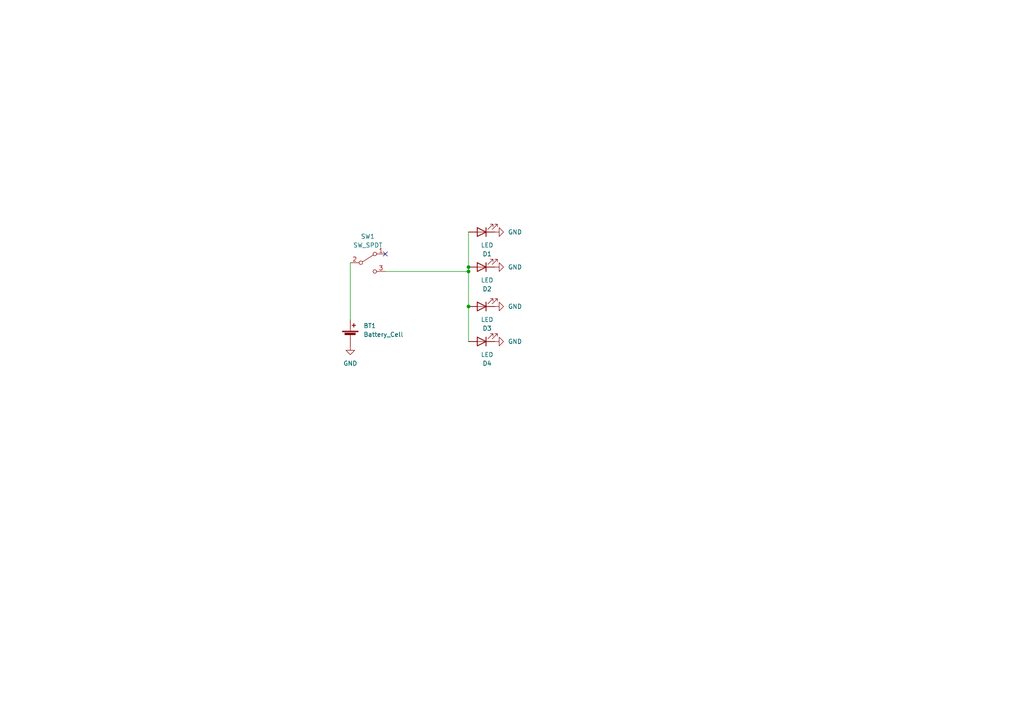
<source format=kicad_sch>
(kicad_sch (version 20211123) (generator eeschema)

  (uuid 9fb77340-8959-4e08-80d3-d396d0f40578)

  (paper "A4")

  (title_block
    (title "SecKC_10Year_Coin_DEMO")
    (date "2022-05-10")
    (rev "1.0")
    (company "Badge Pirates")
  )

  (lib_symbols
    (symbol "Device:Battery_Cell" (pin_numbers hide) (pin_names (offset 0) hide) (in_bom yes) (on_board yes)
      (property "Reference" "BT" (id 0) (at 2.54 2.54 0)
        (effects (font (size 1.27 1.27)) (justify left))
      )
      (property "Value" "Battery_Cell" (id 1) (at 2.54 0 0)
        (effects (font (size 1.27 1.27)) (justify left))
      )
      (property "Footprint" "" (id 2) (at 0 1.524 90)
        (effects (font (size 1.27 1.27)) hide)
      )
      (property "Datasheet" "~" (id 3) (at 0 1.524 90)
        (effects (font (size 1.27 1.27)) hide)
      )
      (property "ki_keywords" "battery cell" (id 4) (at 0 0 0)
        (effects (font (size 1.27 1.27)) hide)
      )
      (property "ki_description" "Single-cell battery" (id 5) (at 0 0 0)
        (effects (font (size 1.27 1.27)) hide)
      )
      (symbol "Battery_Cell_0_1"
        (rectangle (start -2.286 1.778) (end 2.286 1.524)
          (stroke (width 0) (type default) (color 0 0 0 0))
          (fill (type outline))
        )
        (rectangle (start -1.5748 1.1938) (end 1.4732 0.6858)
          (stroke (width 0) (type default) (color 0 0 0 0))
          (fill (type outline))
        )
        (polyline
          (pts
            (xy 0 0.762)
            (xy 0 0)
          )
          (stroke (width 0) (type default) (color 0 0 0 0))
          (fill (type none))
        )
        (polyline
          (pts
            (xy 0 1.778)
            (xy 0 2.54)
          )
          (stroke (width 0) (type default) (color 0 0 0 0))
          (fill (type none))
        )
        (polyline
          (pts
            (xy 0.508 3.429)
            (xy 1.524 3.429)
          )
          (stroke (width 0.254) (type default) (color 0 0 0 0))
          (fill (type none))
        )
        (polyline
          (pts
            (xy 1.016 3.937)
            (xy 1.016 2.921)
          )
          (stroke (width 0.254) (type default) (color 0 0 0 0))
          (fill (type none))
        )
      )
      (symbol "Battery_Cell_1_1"
        (pin passive line (at 0 5.08 270) (length 2.54)
          (name "+" (effects (font (size 1.27 1.27))))
          (number "1" (effects (font (size 1.27 1.27))))
        )
        (pin passive line (at 0 -2.54 90) (length 2.54)
          (name "-" (effects (font (size 1.27 1.27))))
          (number "2" (effects (font (size 1.27 1.27))))
        )
      )
    )
    (symbol "Device:LED" (pin_numbers hide) (pin_names (offset 1.016) hide) (in_bom yes) (on_board yes)
      (property "Reference" "D" (id 0) (at 0 2.54 0)
        (effects (font (size 1.27 1.27)))
      )
      (property "Value" "LED" (id 1) (at 0 -2.54 0)
        (effects (font (size 1.27 1.27)))
      )
      (property "Footprint" "" (id 2) (at 0 0 0)
        (effects (font (size 1.27 1.27)) hide)
      )
      (property "Datasheet" "~" (id 3) (at 0 0 0)
        (effects (font (size 1.27 1.27)) hide)
      )
      (property "ki_keywords" "LED diode" (id 4) (at 0 0 0)
        (effects (font (size 1.27 1.27)) hide)
      )
      (property "ki_description" "Light emitting diode" (id 5) (at 0 0 0)
        (effects (font (size 1.27 1.27)) hide)
      )
      (property "ki_fp_filters" "LED* LED_SMD:* LED_THT:*" (id 6) (at 0 0 0)
        (effects (font (size 1.27 1.27)) hide)
      )
      (symbol "LED_0_1"
        (polyline
          (pts
            (xy -1.27 -1.27)
            (xy -1.27 1.27)
          )
          (stroke (width 0.254) (type default) (color 0 0 0 0))
          (fill (type none))
        )
        (polyline
          (pts
            (xy -1.27 0)
            (xy 1.27 0)
          )
          (stroke (width 0) (type default) (color 0 0 0 0))
          (fill (type none))
        )
        (polyline
          (pts
            (xy 1.27 -1.27)
            (xy 1.27 1.27)
            (xy -1.27 0)
            (xy 1.27 -1.27)
          )
          (stroke (width 0.254) (type default) (color 0 0 0 0))
          (fill (type none))
        )
        (polyline
          (pts
            (xy -3.048 -0.762)
            (xy -4.572 -2.286)
            (xy -3.81 -2.286)
            (xy -4.572 -2.286)
            (xy -4.572 -1.524)
          )
          (stroke (width 0) (type default) (color 0 0 0 0))
          (fill (type none))
        )
        (polyline
          (pts
            (xy -1.778 -0.762)
            (xy -3.302 -2.286)
            (xy -2.54 -2.286)
            (xy -3.302 -2.286)
            (xy -3.302 -1.524)
          )
          (stroke (width 0) (type default) (color 0 0 0 0))
          (fill (type none))
        )
      )
      (symbol "LED_1_1"
        (pin passive line (at -3.81 0 0) (length 2.54)
          (name "K" (effects (font (size 1.27 1.27))))
          (number "1" (effects (font (size 1.27 1.27))))
        )
        (pin passive line (at 3.81 0 180) (length 2.54)
          (name "A" (effects (font (size 1.27 1.27))))
          (number "2" (effects (font (size 1.27 1.27))))
        )
      )
    )
    (symbol "Switch:SW_SPDT" (pin_names (offset 0) hide) (in_bom yes) (on_board yes)
      (property "Reference" "SW" (id 0) (at 0 4.318 0)
        (effects (font (size 1.27 1.27)))
      )
      (property "Value" "SW_SPDT" (id 1) (at 0 -5.08 0)
        (effects (font (size 1.27 1.27)))
      )
      (property "Footprint" "" (id 2) (at 0 0 0)
        (effects (font (size 1.27 1.27)) hide)
      )
      (property "Datasheet" "~" (id 3) (at 0 0 0)
        (effects (font (size 1.27 1.27)) hide)
      )
      (property "ki_keywords" "switch single-pole double-throw spdt ON-ON" (id 4) (at 0 0 0)
        (effects (font (size 1.27 1.27)) hide)
      )
      (property "ki_description" "Switch, single pole double throw" (id 5) (at 0 0 0)
        (effects (font (size 1.27 1.27)) hide)
      )
      (symbol "SW_SPDT_0_0"
        (circle (center -2.032 0) (radius 0.508)
          (stroke (width 0) (type default) (color 0 0 0 0))
          (fill (type none))
        )
        (circle (center 2.032 -2.54) (radius 0.508)
          (stroke (width 0) (type default) (color 0 0 0 0))
          (fill (type none))
        )
      )
      (symbol "SW_SPDT_0_1"
        (polyline
          (pts
            (xy -1.524 0.254)
            (xy 1.651 2.286)
          )
          (stroke (width 0) (type default) (color 0 0 0 0))
          (fill (type none))
        )
        (circle (center 2.032 2.54) (radius 0.508)
          (stroke (width 0) (type default) (color 0 0 0 0))
          (fill (type none))
        )
      )
      (symbol "SW_SPDT_1_1"
        (pin passive line (at 5.08 2.54 180) (length 2.54)
          (name "A" (effects (font (size 1.27 1.27))))
          (number "1" (effects (font (size 1.27 1.27))))
        )
        (pin passive line (at -5.08 0 0) (length 2.54)
          (name "B" (effects (font (size 1.27 1.27))))
          (number "2" (effects (font (size 1.27 1.27))))
        )
        (pin passive line (at 5.08 -2.54 180) (length 2.54)
          (name "C" (effects (font (size 1.27 1.27))))
          (number "3" (effects (font (size 1.27 1.27))))
        )
      )
    )
    (symbol "power:GND" (power) (pin_names (offset 0)) (in_bom yes) (on_board yes)
      (property "Reference" "#PWR" (id 0) (at 0 -6.35 0)
        (effects (font (size 1.27 1.27)) hide)
      )
      (property "Value" "GND" (id 1) (at 0 -3.81 0)
        (effects (font (size 1.27 1.27)))
      )
      (property "Footprint" "" (id 2) (at 0 0 0)
        (effects (font (size 1.27 1.27)) hide)
      )
      (property "Datasheet" "" (id 3) (at 0 0 0)
        (effects (font (size 1.27 1.27)) hide)
      )
      (property "ki_keywords" "power-flag" (id 4) (at 0 0 0)
        (effects (font (size 1.27 1.27)) hide)
      )
      (property "ki_description" "Power symbol creates a global label with name \"GND\" , ground" (id 5) (at 0 0 0)
        (effects (font (size 1.27 1.27)) hide)
      )
      (symbol "GND_0_1"
        (polyline
          (pts
            (xy 0 0)
            (xy 0 -1.27)
            (xy 1.27 -1.27)
            (xy 0 -2.54)
            (xy -1.27 -1.27)
            (xy 0 -1.27)
          )
          (stroke (width 0) (type default) (color 0 0 0 0))
          (fill (type none))
        )
      )
      (symbol "GND_1_1"
        (pin power_in line (at 0 0 270) (length 0) hide
          (name "GND" (effects (font (size 1.27 1.27))))
          (number "1" (effects (font (size 1.27 1.27))))
        )
      )
    )
  )


  (junction (at 135.89 88.9) (diameter 0) (color 0 0 0 0)
    (uuid 4e6fc568-820a-47bf-8384-22a167cdb134)
  )
  (junction (at 135.89 77.47) (diameter 0) (color 0 0 0 0)
    (uuid 5ed0550a-d9b8-41c8-b37c-71e012bdf322)
  )
  (junction (at 135.89 78.74) (diameter 0) (color 0 0 0 0)
    (uuid c75ec281-fee8-4545-8116-e633fc4de5bf)
  )

  (no_connect (at 111.76 73.66) (uuid 79750f0d-c9e5-46e2-99c6-bbae9d0ef813))

  (wire (pts (xy 111.76 78.74) (xy 135.89 78.74))
    (stroke (width 0) (type default) (color 0 0 0 0))
    (uuid 42e14b0b-9242-48c7-b14e-f4ecef0faf1a)
  )
  (wire (pts (xy 135.89 67.31) (xy 135.89 77.47))
    (stroke (width 0) (type default) (color 0 0 0 0))
    (uuid 6e45ce63-3616-442c-b187-999f887ac89b)
  )
  (wire (pts (xy 135.89 88.9) (xy 135.89 99.06))
    (stroke (width 0) (type default) (color 0 0 0 0))
    (uuid a35cb179-08bd-4de3-a9b9-55bbf0eb181c)
  )
  (wire (pts (xy 101.6 76.2) (xy 101.6 92.71))
    (stroke (width 0) (type default) (color 0 0 0 0))
    (uuid ab04377e-afa2-437a-a8dc-07910e0572ac)
  )
  (wire (pts (xy 135.89 78.74) (xy 135.89 88.9))
    (stroke (width 0) (type default) (color 0 0 0 0))
    (uuid c57f6a70-42f5-459f-8ae0-8600524da64f)
  )
  (wire (pts (xy 135.89 78.74) (xy 135.89 77.47))
    (stroke (width 0) (type default) (color 0 0 0 0))
    (uuid d8fbbcd7-4256-43eb-8e2e-bb6b0d490f8f)
  )

  (symbol (lib_id "power:GND") (at 143.51 67.31 90) (unit 1)
    (in_bom yes) (on_board yes) (fields_autoplaced)
    (uuid 1e4b633a-1e18-472b-b95a-3c8b9a6871c1)
    (property "Reference" "#PWR0102" (id 0) (at 149.86 67.31 0)
      (effects (font (size 1.27 1.27)) hide)
    )
    (property "Value" "GND" (id 1) (at 147.32 67.3099 90)
      (effects (font (size 1.27 1.27)) (justify right))
    )
    (property "Footprint" "" (id 2) (at 143.51 67.31 0)
      (effects (font (size 1.27 1.27)) hide)
    )
    (property "Datasheet" "" (id 3) (at 143.51 67.31 0)
      (effects (font (size 1.27 1.27)) hide)
    )
    (pin "1" (uuid 0cd9d275-9216-4f9a-aca2-1589c2cf0425))
  )

  (symbol (lib_id "Device:LED") (at 139.7 67.31 180) (unit 1)
    (in_bom yes) (on_board yes) (fields_autoplaced)
    (uuid 3a8e9618-b025-40a0-a00e-02ccb2541a6b)
    (property "Reference" "D1" (id 0) (at 141.2875 73.66 0))
    (property "Value" "LED" (id 1) (at 141.2875 71.12 0))
    (property "Footprint" "BadgePirates:LED_Osram_Lx_P47F_D2mm_ReverseMount_Proper_Mask Only" (id 2) (at 139.7 67.31 0)
      (effects (font (size 1.27 1.27)) hide)
    )
    (property "Datasheet" "~" (id 3) (at 139.7 67.31 0)
      (effects (font (size 1.27 1.27)) hide)
    )
    (pin "1" (uuid dfce50ae-9c75-400a-89e9-10733cd928eb))
    (pin "2" (uuid 6d59f35a-7ed2-464e-9e11-af96fe91c09a))
  )

  (symbol (lib_id "power:GND") (at 143.51 99.06 90) (unit 1)
    (in_bom yes) (on_board yes) (fields_autoplaced)
    (uuid 729b3d48-0635-499e-af23-24bfe928dd9b)
    (property "Reference" "#PWR0104" (id 0) (at 149.86 99.06 0)
      (effects (font (size 1.27 1.27)) hide)
    )
    (property "Value" "GND" (id 1) (at 147.32 99.0599 90)
      (effects (font (size 1.27 1.27)) (justify right))
    )
    (property "Footprint" "" (id 2) (at 143.51 99.06 0)
      (effects (font (size 1.27 1.27)) hide)
    )
    (property "Datasheet" "" (id 3) (at 143.51 99.06 0)
      (effects (font (size 1.27 1.27)) hide)
    )
    (pin "1" (uuid ae226786-f839-42cf-98f6-c2509a864f87))
  )

  (symbol (lib_id "Switch:SW_SPDT") (at 106.68 76.2 0) (unit 1)
    (in_bom yes) (on_board yes) (fields_autoplaced)
    (uuid 78a4b1b9-28da-4334-a6d3-87c511b88571)
    (property "Reference" "SW1" (id 0) (at 106.68 68.58 0))
    (property "Value" "SW_SPDT" (id 1) (at 106.68 71.12 0))
    (property "Footprint" "BadgePirates:SW_SPDT_PCM12" (id 2) (at 106.68 76.2 0)
      (effects (font (size 1.27 1.27)) hide)
    )
    (property "Datasheet" "~" (id 3) (at 106.68 76.2 0)
      (effects (font (size 1.27 1.27)) hide)
    )
    (pin "1" (uuid fdf57f9c-3726-41e6-8494-25e23fc2c7ba))
    (pin "2" (uuid 673aa352-82b3-4e80-a3a7-4b39dde48c96))
    (pin "3" (uuid 281fd3ba-f379-4270-93fd-095a7b200461))
  )

  (symbol (lib_id "Device:LED") (at 139.7 77.47 180) (unit 1)
    (in_bom yes) (on_board yes) (fields_autoplaced)
    (uuid 7988fe67-f5e9-4372-bcd3-7924d1108a98)
    (property "Reference" "D2" (id 0) (at 141.2875 83.82 0))
    (property "Value" "LED" (id 1) (at 141.2875 81.28 0))
    (property "Footprint" "BadgePirates:LED_Osram_Lx_P47F_D2mm_ReverseMount_Proper_Mask Only" (id 2) (at 139.7 77.47 0)
      (effects (font (size 1.27 1.27)) hide)
    )
    (property "Datasheet" "~" (id 3) (at 139.7 77.47 0)
      (effects (font (size 1.27 1.27)) hide)
    )
    (pin "1" (uuid bb0b308a-553c-4916-b71c-51bdbe22847b))
    (pin "2" (uuid 9fe487ad-9169-435a-89b3-c686c8ab024b))
  )

  (symbol (lib_id "Device:Battery_Cell") (at 101.6 97.79 0) (unit 1)
    (in_bom yes) (on_board yes) (fields_autoplaced)
    (uuid 93e2b194-78b4-4c72-b805-e35e3550b188)
    (property "Reference" "BT1" (id 0) (at 105.41 94.4879 0)
      (effects (font (size 1.27 1.27)) (justify left))
    )
    (property "Value" "Battery_Cell" (id 1) (at 105.41 97.0279 0)
      (effects (font (size 1.27 1.27)) (justify left))
    )
    (property "Footprint" "BadgePirates:BatteryHolder_MPD_BC2003_1x2032" (id 2) (at 101.6 96.266 90)
      (effects (font (size 1.27 1.27)) hide)
    )
    (property "Datasheet" "~" (id 3) (at 101.6 96.266 90)
      (effects (font (size 1.27 1.27)) hide)
    )
    (pin "1" (uuid adc99d30-654f-450a-bbee-2e855bf37d09))
    (pin "2" (uuid 088528ed-9597-4a2f-884e-b077d4d99f3c))
  )

  (symbol (lib_id "power:GND") (at 143.51 77.47 90) (unit 1)
    (in_bom yes) (on_board yes) (fields_autoplaced)
    (uuid 9a37ef8f-7a01-447a-8c47-06410e1f076b)
    (property "Reference" "#PWR0101" (id 0) (at 149.86 77.47 0)
      (effects (font (size 1.27 1.27)) hide)
    )
    (property "Value" "GND" (id 1) (at 147.32 77.4699 90)
      (effects (font (size 1.27 1.27)) (justify right))
    )
    (property "Footprint" "" (id 2) (at 143.51 77.47 0)
      (effects (font (size 1.27 1.27)) hide)
    )
    (property "Datasheet" "" (id 3) (at 143.51 77.47 0)
      (effects (font (size 1.27 1.27)) hide)
    )
    (pin "1" (uuid d154ea11-c3c4-4175-94f0-50fe293d10f2))
  )

  (symbol (lib_id "power:GND") (at 143.51 88.9 90) (unit 1)
    (in_bom yes) (on_board yes) (fields_autoplaced)
    (uuid bd11cd0a-56c7-4eb0-84bf-b089218a3b0a)
    (property "Reference" "#PWR0105" (id 0) (at 149.86 88.9 0)
      (effects (font (size 1.27 1.27)) hide)
    )
    (property "Value" "GND" (id 1) (at 147.32 88.8999 90)
      (effects (font (size 1.27 1.27)) (justify right))
    )
    (property "Footprint" "" (id 2) (at 143.51 88.9 0)
      (effects (font (size 1.27 1.27)) hide)
    )
    (property "Datasheet" "" (id 3) (at 143.51 88.9 0)
      (effects (font (size 1.27 1.27)) hide)
    )
    (pin "1" (uuid 7023b6f6-4489-4426-a0e4-968901e0b4ea))
  )

  (symbol (lib_id "Device:LED") (at 139.7 99.06 180) (unit 1)
    (in_bom yes) (on_board yes) (fields_autoplaced)
    (uuid defb0b77-d299-49c2-ae32-29ecb8ebb3cd)
    (property "Reference" "D4" (id 0) (at 141.2875 105.41 0))
    (property "Value" "LED" (id 1) (at 141.2875 102.87 0))
    (property "Footprint" "BadgePirates:LED_Osram_Lx_P47F_D2mm_ReverseMount_Proper_Mask Only" (id 2) (at 139.7 99.06 0)
      (effects (font (size 1.27 1.27)) hide)
    )
    (property "Datasheet" "~" (id 3) (at 139.7 99.06 0)
      (effects (font (size 1.27 1.27)) hide)
    )
    (pin "1" (uuid 324ac183-9f39-429f-8886-08c6e43905b2))
    (pin "2" (uuid ce3b60d7-3d89-4000-b676-03af0ffc4c89))
  )

  (symbol (lib_id "power:GND") (at 101.6 100.33 0) (unit 1)
    (in_bom yes) (on_board yes) (fields_autoplaced)
    (uuid e0eb3519-e476-4db3-9e8f-7d65c7a0b8de)
    (property "Reference" "#PWR0103" (id 0) (at 101.6 106.68 0)
      (effects (font (size 1.27 1.27)) hide)
    )
    (property "Value" "GND" (id 1) (at 101.6 105.41 0))
    (property "Footprint" "" (id 2) (at 101.6 100.33 0)
      (effects (font (size 1.27 1.27)) hide)
    )
    (property "Datasheet" "" (id 3) (at 101.6 100.33 0)
      (effects (font (size 1.27 1.27)) hide)
    )
    (pin "1" (uuid e177c647-07a8-4c4a-ad90-6573f59ada2e))
  )

  (symbol (lib_id "Device:LED") (at 139.7 88.9 180) (unit 1)
    (in_bom yes) (on_board yes) (fields_autoplaced)
    (uuid f4a5ba5f-5a6f-4529-a747-d08f9528fa62)
    (property "Reference" "D3" (id 0) (at 141.2875 95.25 0))
    (property "Value" "LED" (id 1) (at 141.2875 92.71 0))
    (property "Footprint" "BadgePirates:LED_Osram_Lx_P47F_D2mm_ReverseMount_Proper_Mask Only" (id 2) (at 139.7 88.9 0)
      (effects (font (size 1.27 1.27)) hide)
    )
    (property "Datasheet" "~" (id 3) (at 139.7 88.9 0)
      (effects (font (size 1.27 1.27)) hide)
    )
    (pin "1" (uuid 5302655e-adcd-494d-9861-53f4df5616e5))
    (pin "2" (uuid 75349860-682f-4ef6-8f4a-b32c39e67759))
  )

  (sheet_instances
    (path "/" (page "1"))
  )

  (symbol_instances
    (path "/9a37ef8f-7a01-447a-8c47-06410e1f076b"
      (reference "#PWR0101") (unit 1) (value "GND") (footprint "")
    )
    (path "/1e4b633a-1e18-472b-b95a-3c8b9a6871c1"
      (reference "#PWR0102") (unit 1) (value "GND") (footprint "")
    )
    (path "/e0eb3519-e476-4db3-9e8f-7d65c7a0b8de"
      (reference "#PWR0103") (unit 1) (value "GND") (footprint "")
    )
    (path "/729b3d48-0635-499e-af23-24bfe928dd9b"
      (reference "#PWR0104") (unit 1) (value "GND") (footprint "")
    )
    (path "/bd11cd0a-56c7-4eb0-84bf-b089218a3b0a"
      (reference "#PWR0105") (unit 1) (value "GND") (footprint "")
    )
    (path "/93e2b194-78b4-4c72-b805-e35e3550b188"
      (reference "BT1") (unit 1) (value "Battery_Cell") (footprint "BadgePirates:BatteryHolder_MPD_BC2003_1x2032")
    )
    (path "/3a8e9618-b025-40a0-a00e-02ccb2541a6b"
      (reference "D1") (unit 1) (value "LED") (footprint "BadgePirates:LED_Osram_Lx_P47F_D2mm_ReverseMount_Proper_Mask Only")
    )
    (path "/7988fe67-f5e9-4372-bcd3-7924d1108a98"
      (reference "D2") (unit 1) (value "LED") (footprint "BadgePirates:LED_Osram_Lx_P47F_D2mm_ReverseMount_Proper_Mask Only")
    )
    (path "/f4a5ba5f-5a6f-4529-a747-d08f9528fa62"
      (reference "D3") (unit 1) (value "LED") (footprint "BadgePirates:LED_Osram_Lx_P47F_D2mm_ReverseMount_Proper_Mask Only")
    )
    (path "/defb0b77-d299-49c2-ae32-29ecb8ebb3cd"
      (reference "D4") (unit 1) (value "LED") (footprint "BadgePirates:LED_Osram_Lx_P47F_D2mm_ReverseMount_Proper_Mask Only")
    )
    (path "/78a4b1b9-28da-4334-a6d3-87c511b88571"
      (reference "SW1") (unit 1) (value "SW_SPDT") (footprint "BadgePirates:SW_SPDT_PCM12")
    )
  )
)

</source>
